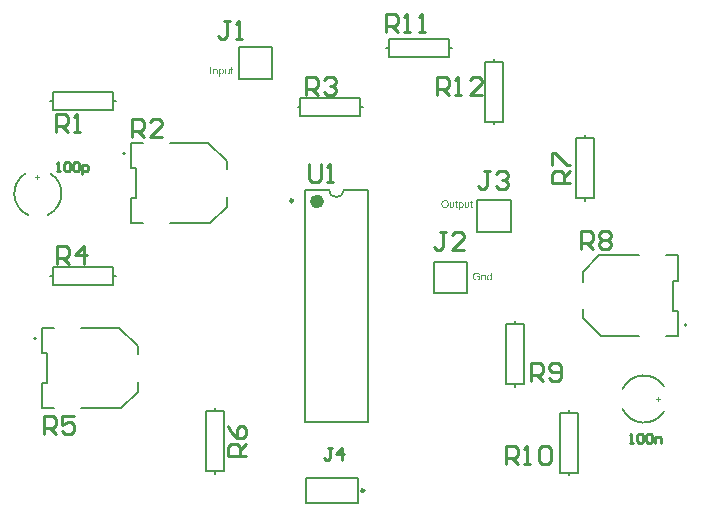
<source format=gto>
G04*
G04 #@! TF.GenerationSoftware,Altium Limited,Altium Designer,20.2.5 (213)*
G04*
G04 Layer_Color=65535*
%FSLAX44Y44*%
%MOMM*%
G71*
G04*
G04 #@! TF.SameCoordinates,3CA80DEF-A651-457A-9D84-72F8DF8CF74D*
G04*
G04*
G04 #@! TF.FilePolarity,Positive*
G04*
G01*
G75*
%ADD10C,0.2000*%
%ADD11C,0.2500*%
%ADD12C,0.6000*%
%ADD13C,0.1270*%
%ADD14C,0.2540*%
G36*
X408560Y236590D02*
X408635D01*
X408814Y236571D01*
X409011Y236543D01*
X409218Y236496D01*
X409444Y236439D01*
X409660Y236364D01*
X409669D01*
X409688Y236355D01*
X409716Y236345D01*
X409754Y236326D01*
X409857Y236270D01*
X409989Y236204D01*
X410130Y236110D01*
X410280Y235998D01*
X410421Y235875D01*
X410553Y235725D01*
X410571Y235706D01*
X410609Y235650D01*
X410665Y235565D01*
X410741Y235443D01*
X410816Y235293D01*
X410900Y235105D01*
X410985Y234898D01*
X411051Y234663D01*
X410271Y234456D01*
Y234466D01*
X410261Y234475D01*
X410252Y234503D01*
X410243Y234541D01*
X410214Y234625D01*
X410177Y234738D01*
X410120Y234870D01*
X410055Y234992D01*
X409989Y235124D01*
X409904Y235236D01*
X409895Y235246D01*
X409867Y235283D01*
X409810Y235330D01*
X409744Y235396D01*
X409660Y235471D01*
X409547Y235546D01*
X409425Y235622D01*
X409284Y235687D01*
X409265Y235697D01*
X409218Y235716D01*
X409133Y235744D01*
X409021Y235781D01*
X408889Y235809D01*
X408739Y235838D01*
X408570Y235856D01*
X408391Y235866D01*
X408288D01*
X408241Y235856D01*
X408184D01*
X408043Y235847D01*
X407884Y235819D01*
X407705Y235791D01*
X407536Y235744D01*
X407367Y235678D01*
X407348Y235669D01*
X407291Y235650D01*
X407216Y235603D01*
X407122Y235556D01*
X407010Y235481D01*
X406887Y235405D01*
X406775Y235311D01*
X406671Y235208D01*
X406662Y235199D01*
X406624Y235161D01*
X406577Y235095D01*
X406521Y235020D01*
X406455Y234926D01*
X406389Y234813D01*
X406324Y234691D01*
X406258Y234560D01*
Y234550D01*
X406248Y234531D01*
X406239Y234503D01*
X406220Y234456D01*
X406201Y234400D01*
X406183Y234334D01*
X406154Y234259D01*
X406136Y234174D01*
X406089Y233977D01*
X406051Y233751D01*
X406023Y233516D01*
X406013Y233253D01*
Y233244D01*
Y233216D01*
Y233169D01*
X406023Y233112D01*
Y233037D01*
X406032Y232943D01*
X406042Y232849D01*
X406051Y232746D01*
X406089Y232511D01*
X406136Y232267D01*
X406211Y232022D01*
X406305Y231787D01*
Y231778D01*
X406324Y231759D01*
X406333Y231731D01*
X406361Y231693D01*
X406427Y231590D01*
X406530Y231458D01*
X406652Y231317D01*
X406803Y231176D01*
X406981Y231045D01*
X407179Y230923D01*
X407188D01*
X407207Y230913D01*
X407235Y230894D01*
X407282Y230876D01*
X407329Y230857D01*
X407395Y230838D01*
X407545Y230782D01*
X407733Y230735D01*
X407940Y230688D01*
X408166Y230650D01*
X408400Y230641D01*
X408494D01*
X408551Y230650D01*
X408607D01*
X408748Y230669D01*
X408917Y230688D01*
X409096Y230725D01*
X409293Y230782D01*
X409491Y230847D01*
X409500D01*
X409519Y230857D01*
X409538Y230866D01*
X409575Y230885D01*
X409679Y230932D01*
X409791Y230988D01*
X409923Y231054D01*
X410064Y231129D01*
X410196Y231214D01*
X410308Y231308D01*
Y232530D01*
X408391D01*
Y233300D01*
X411154D01*
Y230885D01*
X411145Y230876D01*
X411126Y230866D01*
X411088Y230838D01*
X411041Y230800D01*
X410985Y230763D01*
X410919Y230716D01*
X410835Y230659D01*
X410750Y230603D01*
X410553Y230481D01*
X410327Y230349D01*
X410092Y230227D01*
X409838Y230124D01*
X409829D01*
X409810Y230114D01*
X409773Y230105D01*
X409726Y230086D01*
X409660Y230067D01*
X409585Y230039D01*
X409500Y230020D01*
X409416Y230002D01*
X409209Y229955D01*
X408974Y229908D01*
X408720Y229879D01*
X408457Y229870D01*
X408363D01*
X408297Y229879D01*
X408213D01*
X408109Y229889D01*
X407996Y229908D01*
X407874Y229917D01*
X407602Y229973D01*
X407310Y230039D01*
X407010Y230142D01*
X406859Y230199D01*
X406709Y230274D01*
X406699Y230284D01*
X406671Y230293D01*
X406634Y230321D01*
X406577Y230349D01*
X406511Y230396D01*
X406446Y230443D01*
X406267Y230575D01*
X406079Y230744D01*
X405882Y230951D01*
X405694Y231186D01*
X405525Y231458D01*
Y231468D01*
X405506Y231496D01*
X405487Y231533D01*
X405459Y231599D01*
X405431Y231665D01*
X405402Y231759D01*
X405365Y231853D01*
X405327Y231966D01*
X405290Y232088D01*
X405252Y232229D01*
X405224Y232370D01*
X405196Y232520D01*
X405149Y232849D01*
X405130Y233197D01*
Y233206D01*
Y233244D01*
Y233291D01*
X405139Y233357D01*
Y233441D01*
X405149Y233545D01*
X405168Y233648D01*
X405177Y233770D01*
X405205Y233902D01*
X405224Y234043D01*
X405299Y234343D01*
X405393Y234654D01*
X405525Y234964D01*
X405534Y234973D01*
X405544Y235001D01*
X405562Y235039D01*
X405600Y235095D01*
X405638Y235170D01*
X405685Y235246D01*
X405816Y235424D01*
X405976Y235631D01*
X406173Y235828D01*
X406399Y236026D01*
X406530Y236110D01*
X406662Y236195D01*
X406671Y236204D01*
X406699Y236214D01*
X406737Y236232D01*
X406793Y236261D01*
X406869Y236289D01*
X406953Y236326D01*
X407047Y236364D01*
X407160Y236402D01*
X407282Y236439D01*
X407414Y236467D01*
X407555Y236505D01*
X407705Y236533D01*
X408034Y236580D01*
X408203Y236599D01*
X408504D01*
X408560Y236590D01*
D02*
G37*
G36*
X421163Y229983D02*
X420420D01*
Y230575D01*
X420411Y230565D01*
X420402Y230547D01*
X420374Y230509D01*
X420336Y230462D01*
X420289Y230415D01*
X420233Y230359D01*
X420167Y230293D01*
X420082Y230227D01*
X419998Y230161D01*
X419904Y230096D01*
X419791Y230039D01*
X419669Y229992D01*
X419547Y229945D01*
X419406Y229908D01*
X419255Y229889D01*
X419095Y229879D01*
X419039D01*
X419001Y229889D01*
X418889Y229898D01*
X418757Y229917D01*
X418597Y229955D01*
X418419Y230011D01*
X418240Y230086D01*
X418062Y230189D01*
X418052D01*
X418043Y230208D01*
X417986Y230246D01*
X417902Y230321D01*
X417799Y230415D01*
X417676Y230537D01*
X417554Y230688D01*
X417432Y230857D01*
X417329Y231054D01*
Y231063D01*
X417319Y231082D01*
X417310Y231110D01*
X417291Y231148D01*
X417272Y231204D01*
X417244Y231270D01*
X417225Y231336D01*
X417206Y231421D01*
X417159Y231609D01*
X417112Y231825D01*
X417084Y232069D01*
X417075Y232332D01*
Y232342D01*
Y232360D01*
Y232398D01*
Y232454D01*
X417084Y232511D01*
Y232586D01*
X417103Y232755D01*
X417131Y232952D01*
X417178Y233169D01*
X417235Y233394D01*
X417310Y233610D01*
Y233620D01*
X417319Y233639D01*
X417338Y233667D01*
X417357Y233704D01*
X417413Y233808D01*
X417488Y233939D01*
X417582Y234080D01*
X417705Y234221D01*
X417845Y234372D01*
X418015Y234494D01*
X418024D01*
X418033Y234503D01*
X418062Y234522D01*
X418099Y234541D01*
X418193Y234588D01*
X418325Y234654D01*
X418475Y234710D01*
X418654Y234757D01*
X418851Y234795D01*
X419058Y234804D01*
X419133D01*
X419208Y234795D01*
X419312Y234785D01*
X419434Y234757D01*
X419565Y234729D01*
X419697Y234682D01*
X419819Y234616D01*
X419838Y234607D01*
X419875Y234588D01*
X419932Y234541D01*
X420007Y234494D01*
X420101Y234428D01*
X420186Y234343D01*
X420280Y234259D01*
X420364Y234156D01*
Y236486D01*
X421163D01*
Y229983D01*
D02*
G37*
G36*
X414678Y234795D02*
X414782Y234785D01*
X414904Y234766D01*
X415036Y234738D01*
X415177Y234701D01*
X415308Y234644D01*
X415327Y234635D01*
X415364Y234616D01*
X415430Y234588D01*
X415505Y234541D01*
X415599Y234484D01*
X415684Y234409D01*
X415769Y234334D01*
X415844Y234240D01*
X415853Y234231D01*
X415872Y234193D01*
X415900Y234146D01*
X415947Y234080D01*
X415985Y233986D01*
X416022Y233892D01*
X416069Y233780D01*
X416097Y233657D01*
Y233648D01*
X416107Y233610D01*
X416116Y233554D01*
X416126Y233479D01*
Y233366D01*
X416135Y233235D01*
X416144Y233075D01*
Y232877D01*
Y229983D01*
X415346D01*
Y232840D01*
Y232849D01*
Y232859D01*
Y232924D01*
Y233009D01*
X415336Y233112D01*
X415327Y233235D01*
X415308Y233357D01*
X415280Y233469D01*
X415252Y233573D01*
Y233582D01*
X415233Y233610D01*
X415205Y233657D01*
X415177Y233714D01*
X415130Y233770D01*
X415073Y233836D01*
X414998Y233902D01*
X414913Y233958D01*
X414904Y233967D01*
X414876Y233986D01*
X414819Y234005D01*
X414754Y234033D01*
X414678Y234062D01*
X414584Y234090D01*
X414472Y234099D01*
X414359Y234109D01*
X414312D01*
X414274Y234099D01*
X414180Y234090D01*
X414058Y234071D01*
X413927Y234024D01*
X413776Y233967D01*
X413626Y233892D01*
X413485Y233780D01*
X413466Y233761D01*
X413428Y233714D01*
X413400Y233676D01*
X413372Y233629D01*
X413335Y233573D01*
X413306Y233507D01*
X413269Y233432D01*
X413231Y233338D01*
X413203Y233235D01*
X413175Y233122D01*
X413156Y232999D01*
X413137Y232868D01*
X413118Y232708D01*
Y232548D01*
Y229983D01*
X412319D01*
Y234701D01*
X413034D01*
Y234024D01*
X413043Y234033D01*
X413062Y234062D01*
X413090Y234099D01*
X413128Y234146D01*
X413184Y234202D01*
X413250Y234268D01*
X413325Y234343D01*
X413419Y234419D01*
X413513Y234484D01*
X413626Y234560D01*
X413748Y234625D01*
X413880Y234682D01*
X414030Y234729D01*
X414180Y234766D01*
X414349Y234795D01*
X414528Y234804D01*
X414603D01*
X414678Y234795D01*
D02*
G37*
G36*
X395508Y296176D02*
X395574Y296167D01*
X395715Y296148D01*
X395884Y296110D01*
X396063Y296054D01*
X396241Y295969D01*
X396420Y295866D01*
X396429D01*
X396438Y295847D01*
X396495Y295810D01*
X396579Y295735D01*
X396683Y295641D01*
X396796Y295518D01*
X396908Y295368D01*
X397021Y295189D01*
X397115Y294992D01*
Y294983D01*
X397124Y294964D01*
X397134Y294936D01*
X397153Y294898D01*
X397171Y294842D01*
X397190Y294776D01*
X397237Y294625D01*
X397284Y294438D01*
X397322Y294231D01*
X397350Y293996D01*
X397359Y293752D01*
Y293742D01*
Y293723D01*
Y293686D01*
Y293629D01*
X397350Y293563D01*
Y293488D01*
X397331Y293319D01*
X397294Y293112D01*
X397247Y292896D01*
X397181Y292671D01*
X397096Y292445D01*
Y292436D01*
X397087Y292417D01*
X397068Y292389D01*
X397049Y292351D01*
X396983Y292248D01*
X396899Y292116D01*
X396796Y291975D01*
X396664Y291834D01*
X396514Y291693D01*
X396335Y291562D01*
X396326D01*
X396316Y291552D01*
X396288Y291534D01*
X396250Y291515D01*
X396156Y291468D01*
X396025Y291411D01*
X395865Y291355D01*
X395696Y291308D01*
X395499Y291270D01*
X395301Y291261D01*
X395235D01*
X395160Y291270D01*
X395066Y291280D01*
X394953Y291299D01*
X394831Y291327D01*
X394709Y291364D01*
X394587Y291421D01*
X394578Y291430D01*
X394531Y291449D01*
X394474Y291487D01*
X394399Y291543D01*
X394324Y291599D01*
X394230Y291675D01*
X394145Y291759D01*
X394070Y291853D01*
Y289560D01*
X393271D01*
Y296082D01*
X393995D01*
Y295462D01*
X394004Y295481D01*
X394042Y295518D01*
X394089Y295584D01*
X394164Y295659D01*
X394249Y295753D01*
X394343Y295838D01*
X394455Y295922D01*
X394568Y295998D01*
X394587Y296007D01*
X394625Y296026D01*
X394700Y296054D01*
X394794Y296092D01*
X394907Y296129D01*
X395038Y296157D01*
X395188Y296176D01*
X395358Y296186D01*
X395461D01*
X395508Y296176D01*
D02*
G37*
G36*
X402134Y291364D02*
X401419D01*
Y292050D01*
X401410Y292041D01*
X401391Y292013D01*
X401363Y291975D01*
X401316Y291928D01*
X401259Y291872D01*
X401194Y291797D01*
X401119Y291731D01*
X401025Y291656D01*
X400921Y291581D01*
X400808Y291515D01*
X400686Y291449D01*
X400555Y291383D01*
X400404Y291336D01*
X400254Y291299D01*
X400085Y291270D01*
X399916Y291261D01*
X399850D01*
X399765Y291270D01*
X399662Y291280D01*
X399540Y291299D01*
X399408Y291327D01*
X399277Y291364D01*
X399136Y291421D01*
X399117Y291430D01*
X399079Y291449D01*
X399013Y291487D01*
X398938Y291534D01*
X398844Y291590D01*
X398760Y291656D01*
X398675Y291731D01*
X398600Y291815D01*
X398591Y291825D01*
X398572Y291863D01*
X398544Y291910D01*
X398506Y291985D01*
X398459Y292069D01*
X398421Y292173D01*
X398384Y292285D01*
X398356Y292408D01*
Y292417D01*
X398346Y292455D01*
X398337Y292511D01*
Y292586D01*
X398327Y292699D01*
X398318Y292821D01*
X398309Y292981D01*
Y293159D01*
Y296082D01*
X399107D01*
Y293460D01*
Y293451D01*
Y293432D01*
Y293404D01*
Y293357D01*
Y293253D01*
X399117Y293122D01*
Y292981D01*
X399126Y292840D01*
X399136Y292718D01*
X399154Y292614D01*
Y292605D01*
X399173Y292567D01*
X399192Y292511D01*
X399220Y292436D01*
X399267Y292361D01*
X399324Y292276D01*
X399389Y292201D01*
X399474Y292126D01*
X399483Y292116D01*
X399521Y292097D01*
X399568Y292069D01*
X399643Y292041D01*
X399728Y292003D01*
X399831Y291975D01*
X399944Y291957D01*
X400075Y291947D01*
X400141D01*
X400207Y291957D01*
X400292Y291966D01*
X400395Y291994D01*
X400508Y292022D01*
X400630Y292069D01*
X400752Y292126D01*
X400771Y292135D01*
X400808Y292163D01*
X400865Y292201D01*
X400931Y292257D01*
X401006Y292332D01*
X401081Y292417D01*
X401147Y292511D01*
X401203Y292624D01*
X401213Y292642D01*
X401222Y292680D01*
X401241Y292755D01*
X401269Y292859D01*
X401297Y292990D01*
X401316Y293150D01*
X401325Y293338D01*
X401335Y293554D01*
Y296082D01*
X402134D01*
Y291364D01*
D02*
G37*
G36*
X389493D02*
X388779D01*
Y292050D01*
X388770Y292041D01*
X388751Y292013D01*
X388723Y291975D01*
X388676Y291928D01*
X388619Y291872D01*
X388554Y291797D01*
X388478Y291731D01*
X388384Y291656D01*
X388281Y291581D01*
X388168Y291515D01*
X388046Y291449D01*
X387914Y291383D01*
X387764Y291336D01*
X387614Y291299D01*
X387444Y291270D01*
X387275Y291261D01*
X387210D01*
X387125Y291270D01*
X387022Y291280D01*
X386899Y291299D01*
X386768Y291327D01*
X386636Y291364D01*
X386495Y291421D01*
X386477Y291430D01*
X386439Y291449D01*
X386373Y291487D01*
X386298Y291534D01*
X386204Y291590D01*
X386119Y291656D01*
X386035Y291731D01*
X385960Y291815D01*
X385950Y291825D01*
X385931Y291863D01*
X385903Y291910D01*
X385866Y291985D01*
X385819Y292069D01*
X385781Y292173D01*
X385743Y292285D01*
X385715Y292408D01*
Y292417D01*
X385706Y292455D01*
X385696Y292511D01*
Y292586D01*
X385687Y292699D01*
X385678Y292821D01*
X385668Y292981D01*
Y293159D01*
Y296082D01*
X386467D01*
Y293460D01*
Y293451D01*
Y293432D01*
Y293404D01*
Y293357D01*
Y293253D01*
X386477Y293122D01*
Y292981D01*
X386486Y292840D01*
X386495Y292718D01*
X386514Y292614D01*
Y292605D01*
X386533Y292567D01*
X386552Y292511D01*
X386580Y292436D01*
X386627Y292361D01*
X386683Y292276D01*
X386749Y292201D01*
X386834Y292126D01*
X386843Y292116D01*
X386881Y292097D01*
X386928Y292069D01*
X387003Y292041D01*
X387087Y292003D01*
X387191Y291975D01*
X387304Y291957D01*
X387435Y291947D01*
X387501D01*
X387567Y291957D01*
X387651Y291966D01*
X387755Y291994D01*
X387867Y292022D01*
X387990Y292069D01*
X388112Y292126D01*
X388130Y292135D01*
X388168Y292163D01*
X388224Y292201D01*
X388290Y292257D01*
X388366Y292332D01*
X388441Y292417D01*
X388507Y292511D01*
X388563Y292624D01*
X388572Y292642D01*
X388582Y292680D01*
X388600Y292755D01*
X388629Y292859D01*
X388657Y292990D01*
X388676Y293150D01*
X388685Y293338D01*
X388694Y293554D01*
Y296082D01*
X389493D01*
Y291364D01*
D02*
G37*
G36*
X404314Y296082D02*
X405122D01*
Y295462D01*
X404314D01*
Y292689D01*
Y292671D01*
Y292633D01*
Y292577D01*
X404323Y292511D01*
X404333Y292361D01*
X404342Y292295D01*
X404352Y292248D01*
X404361Y292229D01*
X404389Y292191D01*
X404427Y292145D01*
X404492Y292097D01*
X404511Y292088D01*
X404558Y292069D01*
X404643Y292050D01*
X404765Y292041D01*
X404859D01*
X404906Y292050D01*
X404972D01*
X405047Y292060D01*
X405122Y292069D01*
X405225Y291364D01*
X405207D01*
X405169Y291355D01*
X405103Y291346D01*
X405019Y291336D01*
X404925Y291317D01*
X404821Y291308D01*
X404615Y291299D01*
X404539D01*
X404464Y291308D01*
X404370Y291317D01*
X404258Y291327D01*
X404145Y291355D01*
X404041Y291383D01*
X403938Y291430D01*
X403929Y291440D01*
X403900Y291458D01*
X403863Y291487D01*
X403806Y291534D01*
X403759Y291581D01*
X403703Y291646D01*
X403647Y291712D01*
X403609Y291797D01*
Y291806D01*
X403590Y291844D01*
X403581Y291910D01*
X403562Y292003D01*
X403543Y292126D01*
X403534Y292201D01*
Y292285D01*
X403525Y292389D01*
X403515Y292492D01*
Y292605D01*
Y292736D01*
Y295462D01*
X402923D01*
Y296082D01*
X403515D01*
Y297248D01*
X404314Y297727D01*
Y296082D01*
D02*
G37*
G36*
X391674D02*
X392482D01*
Y295462D01*
X391674D01*
Y292689D01*
Y292671D01*
Y292633D01*
Y292577D01*
X391683Y292511D01*
X391692Y292361D01*
X391702Y292295D01*
X391711Y292248D01*
X391721Y292229D01*
X391749Y292191D01*
X391786Y292145D01*
X391852Y292097D01*
X391871Y292088D01*
X391918Y292069D01*
X392002Y292050D01*
X392125Y292041D01*
X392219D01*
X392266Y292050D01*
X392331D01*
X392407Y292060D01*
X392482Y292069D01*
X392585Y291364D01*
X392566D01*
X392529Y291355D01*
X392463Y291346D01*
X392378Y291336D01*
X392285Y291317D01*
X392181Y291308D01*
X391974Y291299D01*
X391899D01*
X391824Y291308D01*
X391730Y291317D01*
X391617Y291327D01*
X391504Y291355D01*
X391401Y291383D01*
X391298Y291430D01*
X391288Y291440D01*
X391260Y291458D01*
X391222Y291487D01*
X391166Y291534D01*
X391119Y291581D01*
X391063Y291646D01*
X391006Y291712D01*
X390969Y291797D01*
Y291806D01*
X390950Y291844D01*
X390941Y291910D01*
X390922Y292003D01*
X390903Y292126D01*
X390894Y292201D01*
Y292285D01*
X390884Y292389D01*
X390875Y292492D01*
Y292605D01*
Y292736D01*
Y295462D01*
X390283D01*
Y296082D01*
X390875D01*
Y297248D01*
X391674Y297727D01*
Y296082D01*
D02*
G37*
G36*
X381721Y297971D02*
X381806D01*
X381890Y297962D01*
X382003Y297943D01*
X382116Y297924D01*
X382360Y297877D01*
X382642Y297802D01*
X382915Y297689D01*
X383056Y297624D01*
X383197Y297548D01*
X383206Y297539D01*
X383225Y297530D01*
X383262Y297501D01*
X383319Y297473D01*
X383375Y297426D01*
X383450Y297370D01*
X383610Y297238D01*
X383779Y297069D01*
X383967Y296862D01*
X384146Y296618D01*
X384296Y296345D01*
Y296336D01*
X384315Y296308D01*
X384334Y296270D01*
X384352Y296214D01*
X384390Y296139D01*
X384418Y296054D01*
X384456Y295951D01*
X384493Y295838D01*
X384522Y295716D01*
X384559Y295584D01*
X384597Y295434D01*
X384625Y295283D01*
X384663Y294954D01*
X384682Y294597D01*
Y294588D01*
Y294550D01*
Y294503D01*
X384672Y294428D01*
Y294344D01*
X384663Y294240D01*
X384644Y294127D01*
X384635Y294005D01*
X384588Y293733D01*
X384512Y293432D01*
X384409Y293131D01*
X384352Y292981D01*
X384277Y292831D01*
Y292821D01*
X384259Y292793D01*
X384240Y292755D01*
X384202Y292699D01*
X384165Y292633D01*
X384118Y292567D01*
X383986Y292389D01*
X383826Y292201D01*
X383638Y292003D01*
X383413Y291815D01*
X383150Y291646D01*
X383140D01*
X383121Y291628D01*
X383074Y291609D01*
X383018Y291581D01*
X382952Y291552D01*
X382877Y291524D01*
X382783Y291487D01*
X382680Y291449D01*
X382567Y291411D01*
X382445Y291374D01*
X382172Y291317D01*
X381881Y291270D01*
X381571Y291252D01*
X381477D01*
X381420Y291261D01*
X381336D01*
X381242Y291280D01*
X381138Y291289D01*
X381016Y291308D01*
X380762Y291364D01*
X380490Y291440D01*
X380208Y291552D01*
X380067Y291618D01*
X379926Y291693D01*
X379917Y291703D01*
X379898Y291712D01*
X379860Y291740D01*
X379804Y291778D01*
X379748Y291815D01*
X379682Y291872D01*
X379522Y292013D01*
X379343Y292182D01*
X379156Y292389D01*
X378986Y292624D01*
X378826Y292896D01*
Y292906D01*
X378808Y292934D01*
X378789Y292971D01*
X378770Y293028D01*
X378742Y293103D01*
X378714Y293188D01*
X378676Y293282D01*
X378648Y293385D01*
X378610Y293507D01*
X378573Y293629D01*
X378516Y293911D01*
X378479Y294203D01*
X378460Y294522D01*
Y294531D01*
Y294541D01*
Y294597D01*
X378469Y294682D01*
Y294795D01*
X378488Y294926D01*
X378507Y295086D01*
X378535Y295265D01*
X378573Y295452D01*
X378610Y295650D01*
X378667Y295857D01*
X378742Y296063D01*
X378826Y296280D01*
X378921Y296486D01*
X379043Y296693D01*
X379174Y296881D01*
X379325Y297060D01*
X379334Y297069D01*
X379362Y297097D01*
X379419Y297144D01*
X379484Y297201D01*
X379569Y297276D01*
X379672Y297351D01*
X379795Y297435D01*
X379935Y297520D01*
X380086Y297605D01*
X380255Y297689D01*
X380443Y297764D01*
X380640Y297840D01*
X380857Y297896D01*
X381082Y297943D01*
X381317Y297971D01*
X381571Y297981D01*
X381655D01*
X381721Y297971D01*
D02*
G37*
G36*
X192457Y409206D02*
X192522Y409197D01*
X192663Y409178D01*
X192833Y409140D01*
X193011Y409084D01*
X193190Y408999D01*
X193368Y408896D01*
X193378D01*
X193387Y408877D01*
X193443Y408840D01*
X193528Y408764D01*
X193631Y408671D01*
X193744Y408548D01*
X193857Y408398D01*
X193970Y408219D01*
X194064Y408022D01*
Y408013D01*
X194073Y407994D01*
X194082Y407966D01*
X194101Y407928D01*
X194120Y407872D01*
X194139Y407806D01*
X194186Y407655D01*
X194233Y407468D01*
X194270Y407261D01*
X194299Y407026D01*
X194308Y406782D01*
Y406772D01*
Y406753D01*
Y406716D01*
Y406659D01*
X194299Y406594D01*
Y406518D01*
X194280Y406349D01*
X194242Y406142D01*
X194195Y405926D01*
X194129Y405701D01*
X194045Y405475D01*
Y405466D01*
X194035Y405447D01*
X194017Y405419D01*
X193998Y405381D01*
X193932Y405278D01*
X193848Y405146D01*
X193744Y405005D01*
X193612Y404864D01*
X193462Y404723D01*
X193284Y404592D01*
X193274D01*
X193265Y404582D01*
X193237Y404564D01*
X193199Y404545D01*
X193105Y404498D01*
X192973Y404441D01*
X192814Y404385D01*
X192645Y404338D01*
X192447Y404300D01*
X192250Y404291D01*
X192184D01*
X192109Y404300D01*
X192015Y404310D01*
X191902Y404329D01*
X191780Y404357D01*
X191658Y404394D01*
X191536Y404451D01*
X191526Y404460D01*
X191479Y404479D01*
X191423Y404517D01*
X191348Y404573D01*
X191272Y404629D01*
X191178Y404705D01*
X191094Y404789D01*
X191019Y404883D01*
Y402590D01*
X190220D01*
Y409112D01*
X190944D01*
Y408492D01*
X190953Y408511D01*
X190991Y408548D01*
X191038Y408614D01*
X191113Y408689D01*
X191197Y408783D01*
X191291Y408868D01*
X191404Y408952D01*
X191517Y409028D01*
X191536Y409037D01*
X191573Y409056D01*
X191648Y409084D01*
X191742Y409122D01*
X191855Y409159D01*
X191987Y409187D01*
X192137Y409206D01*
X192306Y409216D01*
X192410D01*
X192457Y409206D01*
D02*
G37*
G36*
X187523D02*
X187626Y409197D01*
X187748Y409178D01*
X187880Y409150D01*
X188021Y409112D01*
X188152Y409056D01*
X188171Y409046D01*
X188209Y409028D01*
X188274Y408999D01*
X188350Y408952D01*
X188444Y408896D01*
X188528Y408821D01*
X188613Y408746D01*
X188688Y408652D01*
X188697Y408642D01*
X188716Y408605D01*
X188744Y408558D01*
X188791Y408492D01*
X188829Y408398D01*
X188867Y408304D01*
X188913Y408191D01*
X188942Y408069D01*
Y408060D01*
X188951Y408022D01*
X188960Y407966D01*
X188970Y407891D01*
Y407778D01*
X188979Y407646D01*
X188989Y407486D01*
Y407289D01*
Y404394D01*
X188190D01*
Y407251D01*
Y407261D01*
Y407270D01*
Y407336D01*
Y407421D01*
X188181Y407524D01*
X188171Y407646D01*
X188152Y407768D01*
X188124Y407881D01*
X188096Y407985D01*
Y407994D01*
X188077Y408022D01*
X188049Y408069D01*
X188021Y408125D01*
X187974Y408182D01*
X187917Y408248D01*
X187842Y408313D01*
X187758Y408370D01*
X187748Y408379D01*
X187720Y408398D01*
X187664Y408417D01*
X187598Y408445D01*
X187523Y408473D01*
X187429Y408501D01*
X187316Y408511D01*
X187203Y408520D01*
X187156D01*
X187118Y408511D01*
X187024Y408501D01*
X186902Y408483D01*
X186771Y408436D01*
X186620Y408379D01*
X186470Y408304D01*
X186329Y408191D01*
X186310Y408172D01*
X186273Y408125D01*
X186245Y408088D01*
X186216Y408041D01*
X186179Y407985D01*
X186150Y407919D01*
X186113Y407844D01*
X186075Y407749D01*
X186047Y407646D01*
X186019Y407533D01*
X186000Y407411D01*
X185981Y407280D01*
X185963Y407120D01*
Y406960D01*
Y404394D01*
X185164D01*
Y409112D01*
X185878D01*
Y408436D01*
X185887Y408445D01*
X185906Y408473D01*
X185934Y408511D01*
X185972Y408558D01*
X186028Y408614D01*
X186094Y408680D01*
X186169Y408755D01*
X186263Y408830D01*
X186357Y408896D01*
X186470Y408971D01*
X186592Y409037D01*
X186724Y409093D01*
X186874Y409140D01*
X187024Y409178D01*
X187194Y409206D01*
X187372Y409216D01*
X187447D01*
X187523Y409206D01*
D02*
G37*
G36*
X199082Y404394D02*
X198368D01*
Y405080D01*
X198358Y405071D01*
X198340Y405043D01*
X198312Y405005D01*
X198265Y404958D01*
X198208Y404902D01*
X198142Y404827D01*
X198067Y404761D01*
X197973Y404686D01*
X197870Y404611D01*
X197757Y404545D01*
X197635Y404479D01*
X197503Y404413D01*
X197353Y404366D01*
X197203Y404329D01*
X197033Y404300D01*
X196864Y404291D01*
X196798D01*
X196714Y404300D01*
X196611Y404310D01*
X196488Y404329D01*
X196357Y404357D01*
X196225Y404394D01*
X196084Y404451D01*
X196065Y404460D01*
X196028Y404479D01*
X195962Y404517D01*
X195887Y404564D01*
X195793Y404620D01*
X195708Y404686D01*
X195624Y404761D01*
X195548Y404846D01*
X195539Y404855D01*
X195520Y404893D01*
X195492Y404939D01*
X195455Y405015D01*
X195408Y405099D01*
X195370Y405203D01*
X195332Y405315D01*
X195304Y405438D01*
Y405447D01*
X195295Y405485D01*
X195285Y405541D01*
Y405616D01*
X195276Y405729D01*
X195267Y405851D01*
X195257Y406011D01*
Y406189D01*
Y409112D01*
X196056D01*
Y406490D01*
Y406481D01*
Y406462D01*
Y406434D01*
Y406387D01*
Y406283D01*
X196065Y406152D01*
Y406011D01*
X196075Y405870D01*
X196084Y405748D01*
X196103Y405644D01*
Y405635D01*
X196122Y405597D01*
X196141Y405541D01*
X196169Y405466D01*
X196216Y405391D01*
X196272Y405306D01*
X196338Y405231D01*
X196423Y405156D01*
X196432Y405146D01*
X196469Y405127D01*
X196516Y405099D01*
X196592Y405071D01*
X196676Y405033D01*
X196780Y405005D01*
X196892Y404986D01*
X197024Y404977D01*
X197090D01*
X197156Y404986D01*
X197240Y404996D01*
X197344Y405024D01*
X197456Y405052D01*
X197579Y405099D01*
X197701Y405156D01*
X197719Y405165D01*
X197757Y405193D01*
X197813Y405231D01*
X197879Y405287D01*
X197954Y405362D01*
X198030Y405447D01*
X198095Y405541D01*
X198152Y405654D01*
X198161Y405672D01*
X198171Y405710D01*
X198189Y405785D01*
X198218Y405889D01*
X198246Y406020D01*
X198265Y406180D01*
X198274Y406368D01*
X198283Y406584D01*
Y409112D01*
X199082D01*
Y404394D01*
D02*
G37*
G36*
X183745D02*
X182880D01*
Y410898D01*
X183745D01*
Y404394D01*
D02*
G37*
G36*
X201262Y409112D02*
X202071D01*
Y408492D01*
X201262D01*
Y405719D01*
Y405701D01*
Y405663D01*
Y405607D01*
X201272Y405541D01*
X201281Y405391D01*
X201291Y405325D01*
X201300Y405278D01*
X201310Y405259D01*
X201338Y405221D01*
X201375Y405174D01*
X201441Y405127D01*
X201460Y405118D01*
X201507Y405099D01*
X201591Y405080D01*
X201714Y405071D01*
X201808D01*
X201855Y405080D01*
X201920D01*
X201996Y405090D01*
X202071Y405099D01*
X202174Y404394D01*
X202155D01*
X202118Y404385D01*
X202052Y404376D01*
X201967Y404366D01*
X201873Y404347D01*
X201770Y404338D01*
X201563Y404329D01*
X201488D01*
X201413Y404338D01*
X201319Y404347D01*
X201206Y404357D01*
X201093Y404385D01*
X200990Y404413D01*
X200887Y404460D01*
X200877Y404470D01*
X200849Y404488D01*
X200811Y404517D01*
X200755Y404564D01*
X200708Y404611D01*
X200652Y404676D01*
X200595Y404742D01*
X200558Y404827D01*
Y404836D01*
X200539Y404874D01*
X200529Y404939D01*
X200511Y405033D01*
X200492Y405156D01*
X200483Y405231D01*
Y405315D01*
X200473Y405419D01*
X200464Y405522D01*
Y405635D01*
Y405766D01*
Y408492D01*
X199872D01*
Y409112D01*
X200464D01*
Y410278D01*
X201262Y410757D01*
Y409112D01*
D02*
G37*
G36*
X562589Y129528D02*
X564356D01*
Y128786D01*
X562589D01*
Y127000D01*
X561837D01*
Y128786D01*
X560070D01*
Y129528D01*
X561837D01*
Y131295D01*
X562589D01*
Y129528D01*
D02*
G37*
G36*
X36809Y317488D02*
X38575D01*
Y316746D01*
X36809D01*
Y314960D01*
X36057D01*
Y316746D01*
X34290D01*
Y317488D01*
X36057D01*
Y319255D01*
X36809D01*
Y317488D01*
D02*
G37*
%LPC*%
G36*
X419142Y234146D02*
X419095D01*
X419058Y234137D01*
X418955Y234127D01*
X418832Y234090D01*
X418691Y234043D01*
X418541Y233958D01*
X418391Y233855D01*
X418315Y233780D01*
X418250Y233704D01*
Y233695D01*
X418231Y233686D01*
X418221Y233657D01*
X418193Y233620D01*
X418165Y233573D01*
X418137Y233516D01*
X418109Y233451D01*
X418071Y233375D01*
X418033Y233281D01*
X418005Y233178D01*
X417977Y233065D01*
X417949Y232943D01*
X417930Y232812D01*
X417911Y232661D01*
X417892Y232501D01*
Y232332D01*
Y232323D01*
Y232295D01*
Y232248D01*
X417902Y232182D01*
Y232107D01*
X417911Y232022D01*
X417939Y231825D01*
X417986Y231609D01*
X418052Y231383D01*
X418146Y231167D01*
X418203Y231073D01*
X418268Y230979D01*
X418278D01*
X418287Y230960D01*
X418334Y230913D01*
X418419Y230838D01*
X418522Y230763D01*
X418654Y230678D01*
X418814Y230603D01*
X418983Y230556D01*
X419077Y230547D01*
X419171Y230537D01*
X419218D01*
X419255Y230547D01*
X419359Y230556D01*
X419481Y230594D01*
X419622Y230641D01*
X419772Y230716D01*
X419922Y230819D01*
X419998Y230885D01*
X420063Y230960D01*
Y230970D01*
X420082Y230979D01*
X420101Y231007D01*
X420120Y231045D01*
X420148Y231092D01*
X420186Y231139D01*
X420214Y231214D01*
X420251Y231289D01*
X420289Y231374D01*
X420317Y231468D01*
X420355Y231580D01*
X420383Y231693D01*
X420402Y231825D01*
X420420Y231956D01*
X420439Y232107D01*
Y232267D01*
Y232276D01*
Y232313D01*
Y232360D01*
X420430Y232426D01*
Y232501D01*
X420420Y232595D01*
X420411Y232699D01*
X420392Y232812D01*
X420345Y233037D01*
X420280Y233272D01*
X420186Y233498D01*
X420129Y233592D01*
X420063Y233686D01*
Y233695D01*
X420045Y233704D01*
X419998Y233761D01*
X419913Y233836D01*
X419810Y233920D01*
X419678Y234005D01*
X419518Y234071D01*
X419340Y234127D01*
X419246Y234137D01*
X419142Y234146D01*
D02*
G37*
G36*
X395282Y295556D02*
X395235D01*
X395198Y295546D01*
X395104Y295528D01*
X394982Y295499D01*
X394841Y295443D01*
X394690Y295359D01*
X394606Y295302D01*
X394531Y295236D01*
X394455Y295161D01*
X394380Y295077D01*
Y295067D01*
X394361Y295058D01*
X394343Y295030D01*
X394324Y294992D01*
X394296Y294936D01*
X394258Y294879D01*
X394220Y294804D01*
X394192Y294729D01*
X394155Y294635D01*
X394117Y294531D01*
X394089Y294419D01*
X394051Y294297D01*
X394033Y294156D01*
X394014Y294015D01*
X393995Y293864D01*
Y293695D01*
Y293686D01*
Y293657D01*
Y293610D01*
X394004Y293545D01*
Y293470D01*
X394014Y293385D01*
X394042Y293188D01*
X394089Y292962D01*
X394145Y292746D01*
X394239Y292530D01*
X394296Y292436D01*
X394361Y292351D01*
X394380Y292332D01*
X394427Y292285D01*
X394502Y292210D01*
X394606Y292135D01*
X394737Y292060D01*
X394888Y291985D01*
X395057Y291938D01*
X395151Y291928D01*
X395245Y291919D01*
X395301D01*
X395339Y291928D01*
X395433Y291947D01*
X395564Y291975D01*
X395705Y292032D01*
X395856Y292107D01*
X396006Y292220D01*
X396081Y292285D01*
X396156Y292361D01*
Y292370D01*
X396175Y292379D01*
X396194Y292408D01*
X396213Y292445D01*
X396250Y292492D01*
X396279Y292558D01*
X396316Y292624D01*
X396354Y292708D01*
X396382Y292793D01*
X396420Y292906D01*
X396457Y293018D01*
X396485Y293141D01*
X396504Y293282D01*
X396523Y293432D01*
X396542Y293592D01*
Y293761D01*
Y293770D01*
Y293799D01*
Y293846D01*
X396532Y293911D01*
Y293986D01*
X396523Y294071D01*
X396495Y294268D01*
X396448Y294485D01*
X396382Y294701D01*
X396288Y294917D01*
X396232Y295020D01*
X396166Y295105D01*
Y295114D01*
X396147Y295124D01*
X396100Y295180D01*
X396025Y295246D01*
X395922Y295330D01*
X395790Y295415D01*
X395639Y295490D01*
X395470Y295537D01*
X395376Y295546D01*
X395282Y295556D01*
D02*
G37*
G36*
X381571Y297238D02*
X381486D01*
X381420Y297229D01*
X381336Y297219D01*
X381251Y297201D01*
X381148Y297182D01*
X381035Y297163D01*
X380791Y297088D01*
X380659Y297031D01*
X380528Y296975D01*
X380387Y296900D01*
X380255Y296815D01*
X380123Y296721D01*
X380001Y296609D01*
X379992Y296599D01*
X379973Y296580D01*
X379945Y296543D01*
X379898Y296486D01*
X379851Y296420D01*
X379795Y296336D01*
X379738Y296233D01*
X379672Y296110D01*
X379616Y295979D01*
X379550Y295819D01*
X379494Y295650D01*
X379447Y295462D01*
X379400Y295255D01*
X379372Y295020D01*
X379353Y294776D01*
X379343Y294513D01*
Y294503D01*
Y294466D01*
Y294400D01*
X379353Y294315D01*
X379362Y294221D01*
X379381Y294109D01*
X379400Y293977D01*
X379419Y293846D01*
X379494Y293545D01*
X379550Y293394D01*
X379607Y293235D01*
X379682Y293084D01*
X379766Y292934D01*
X379860Y292793D01*
X379973Y292661D01*
X379982Y292652D01*
X380001Y292633D01*
X380039Y292596D01*
X380086Y292558D01*
X380152Y292502D01*
X380227Y292445D01*
X380311Y292389D01*
X380405Y292323D01*
X380518Y292257D01*
X380640Y292201D01*
X380772Y292145D01*
X380913Y292088D01*
X381063Y292050D01*
X381214Y292013D01*
X381383Y291994D01*
X381561Y291985D01*
X381608D01*
X381655Y291994D01*
X381721D01*
X381806Y292003D01*
X381900Y292022D01*
X382012Y292041D01*
X382125Y292069D01*
X382257Y292107D01*
X382379Y292154D01*
X382520Y292201D01*
X382651Y292267D01*
X382783Y292351D01*
X382915Y292436D01*
X383046Y292539D01*
X383168Y292661D01*
X383178Y292671D01*
X383197Y292689D01*
X383225Y292736D01*
X383272Y292793D01*
X383319Y292859D01*
X383366Y292943D01*
X383422Y293047D01*
X383488Y293159D01*
X383544Y293291D01*
X383601Y293441D01*
X383648Y293601D01*
X383704Y293770D01*
X383742Y293958D01*
X383770Y294165D01*
X383789Y294381D01*
X383798Y294607D01*
Y294616D01*
Y294644D01*
Y294682D01*
Y294738D01*
X383789Y294804D01*
Y294889D01*
X383779Y294973D01*
X383760Y295077D01*
X383732Y295293D01*
X383685Y295518D01*
X383619Y295763D01*
X383526Y295988D01*
Y295998D01*
X383516Y296016D01*
X383497Y296045D01*
X383479Y296082D01*
X383413Y296195D01*
X383328Y296327D01*
X383215Y296477D01*
X383074Y296627D01*
X382915Y296778D01*
X382736Y296909D01*
X382727D01*
X382717Y296928D01*
X382689Y296937D01*
X382642Y296966D01*
X382595Y296984D01*
X382539Y297013D01*
X382398Y297078D01*
X382229Y297135D01*
X382031Y297191D01*
X381806Y297229D01*
X381571Y297238D01*
D02*
G37*
G36*
X192231Y408586D02*
X192184D01*
X192146Y408577D01*
X192052Y408558D01*
X191930Y408530D01*
X191789Y408473D01*
X191639Y408389D01*
X191554Y408332D01*
X191479Y408266D01*
X191404Y408191D01*
X191329Y408107D01*
Y408097D01*
X191310Y408088D01*
X191291Y408060D01*
X191272Y408022D01*
X191244Y407966D01*
X191207Y407909D01*
X191169Y407834D01*
X191141Y407759D01*
X191103Y407665D01*
X191066Y407561D01*
X191038Y407449D01*
X191000Y407327D01*
X190981Y407186D01*
X190962Y407045D01*
X190944Y406894D01*
Y406725D01*
Y406716D01*
Y406688D01*
Y406641D01*
X190953Y406575D01*
Y406500D01*
X190962Y406415D01*
X190991Y406218D01*
X191038Y405992D01*
X191094Y405776D01*
X191188Y405560D01*
X191244Y405466D01*
X191310Y405381D01*
X191329Y405362D01*
X191376Y405315D01*
X191451Y405240D01*
X191554Y405165D01*
X191686Y405090D01*
X191836Y405015D01*
X192006Y404968D01*
X192099Y404958D01*
X192193Y404949D01*
X192250D01*
X192287Y404958D01*
X192381Y404977D01*
X192513Y405005D01*
X192654Y405062D01*
X192804Y405137D01*
X192955Y405250D01*
X193030Y405315D01*
X193105Y405391D01*
Y405400D01*
X193124Y405409D01*
X193143Y405438D01*
X193161Y405475D01*
X193199Y405522D01*
X193227Y405588D01*
X193265Y405654D01*
X193302Y405738D01*
X193331Y405823D01*
X193368Y405936D01*
X193406Y406049D01*
X193434Y406171D01*
X193453Y406312D01*
X193472Y406462D01*
X193490Y406622D01*
Y406791D01*
Y406800D01*
Y406828D01*
Y406875D01*
X193481Y406941D01*
Y407016D01*
X193472Y407101D01*
X193443Y407298D01*
X193396Y407515D01*
X193331Y407731D01*
X193237Y407947D01*
X193180Y408050D01*
X193114Y408135D01*
Y408144D01*
X193096Y408154D01*
X193049Y408210D01*
X192973Y408276D01*
X192870Y408360D01*
X192738Y408445D01*
X192588Y408520D01*
X192419Y408567D01*
X192325Y408577D01*
X192231Y408586D01*
D02*
G37*
%LPD*%
D10*
X110560Y337420D02*
G03*
X110560Y337420I-1000J0D01*
G01*
X35230Y180810D02*
G03*
X35230Y180810I-1000J0D01*
G01*
X586130Y192170D02*
G03*
X586130Y192170I-1000J0D01*
G01*
X283210Y306780D02*
G03*
X295910Y306780I6350J0D01*
G01*
X45147Y285341D02*
G03*
X47580Y320395I-8317J18189D01*
G01*
X26080D02*
G03*
X28513Y285341I10750J-16865D01*
G01*
X531721Y121223D02*
G03*
X566775Y118790I18189J8317D01*
G01*
Y140290D02*
G03*
X531721Y137857I-16865J-10750D01*
G01*
X264000Y41070D02*
X307500D01*
X264000D02*
Y63070D01*
X307500D01*
Y41070D02*
Y63070D01*
X263060Y109780D02*
X316060D01*
X295910Y306780D02*
X316060D01*
X263060D02*
X283210D01*
X316060Y109780D02*
Y306780D01*
X263060Y109780D02*
Y306780D01*
X100330Y382270D02*
Y389890D01*
X49530D02*
X100330D01*
X49530Y374650D02*
Y389890D01*
Y374650D02*
X100330D01*
Y382270D01*
X47244D02*
X49530D01*
X100330D02*
X102616D01*
X309880Y377190D02*
Y384810D01*
X259080D02*
X309880D01*
X259080Y369570D02*
Y384810D01*
Y369570D02*
X309880D01*
Y377190D01*
X256794D02*
X259080D01*
X309880D02*
X312166D01*
X422910Y364490D02*
X430530D01*
Y415290D01*
X415290D02*
X430530D01*
X415290Y364490D02*
Y415290D01*
Y364490D02*
X422910D01*
Y415290D02*
Y417576D01*
Y362204D02*
Y364490D01*
X235180Y400570D02*
Y427470D01*
X206780D02*
X235180D01*
X206780Y400570D02*
Y427470D01*
Y400570D02*
X235180D01*
X100330Y233680D02*
Y241300D01*
X49530D02*
X100330D01*
X49530Y226060D02*
Y241300D01*
Y226060D02*
X100330D01*
Y233680D01*
X47244D02*
X49530D01*
X100330D02*
X102616D01*
X384810Y426720D02*
Y434340D01*
X334010D02*
X384810D01*
X334010Y419100D02*
Y434340D01*
Y419100D02*
X384810D01*
Y426720D01*
X331724D02*
X334010D01*
X384810D02*
X387096D01*
X186690Y68580D02*
X194310D01*
Y119380D01*
X179070D02*
X194310D01*
X179070Y68580D02*
Y119380D01*
Y68580D02*
X186690D01*
Y119380D02*
Y121666D01*
Y66294D02*
Y68580D01*
X437110Y271030D02*
Y297930D01*
X408710D02*
X437110D01*
X408710Y271030D02*
Y297930D01*
Y271030D02*
X437110D01*
X440690Y142240D02*
X448310D01*
Y193040D01*
X433070D02*
X448310D01*
X433070Y142240D02*
Y193040D01*
Y142240D02*
X440690D01*
Y193040D02*
Y195326D01*
Y139954D02*
Y142240D01*
X500380Y299720D02*
X508000D01*
Y350520D01*
X492760D02*
X508000D01*
X492760Y299720D02*
Y350520D01*
Y299720D02*
X500380D01*
Y350520D02*
Y352806D01*
Y297434D02*
Y299720D01*
X486410Y67310D02*
X494030D01*
Y118110D01*
X478790D02*
X494030D01*
X478790Y67310D02*
Y118110D01*
Y67310D02*
X486410D01*
Y118110D02*
Y120396D01*
Y65024D02*
Y67310D01*
X400280Y218960D02*
Y245860D01*
X371880D02*
X400280D01*
X371880Y218960D02*
Y245860D01*
Y218960D02*
X400280D01*
D11*
X313000Y52070D02*
G03*
X313000Y52070I-1250J0D01*
G01*
X252710Y297480D02*
G03*
X252710Y297480I-1250J0D01*
G01*
D12*
X276060Y296780D02*
G03*
X276060Y296780I-3000J0D01*
G01*
D13*
X149010Y278370D02*
X182560D01*
X196560Y292420D01*
Y300920D01*
Y323920D02*
Y331120D01*
X181160Y346470D02*
X196560Y331120D01*
X149010Y346470D02*
X181160D01*
X115560Y278370D02*
X126110D01*
X115560D02*
Y299720D01*
X120060D01*
Y325120D01*
X115560D02*
X120060D01*
X115560D02*
Y346470D01*
X126110D01*
X73680Y121760D02*
X107230D01*
X121230Y135810D01*
Y144310D01*
Y167310D02*
Y174510D01*
X105830Y189860D02*
X121230Y174510D01*
X73680Y189860D02*
X105830D01*
X40230Y121760D02*
X50780D01*
X40230D02*
Y143110D01*
X44730D01*
Y168510D01*
X40230D02*
X44730D01*
X40230D02*
Y189860D01*
X50780D01*
X512130Y251220D02*
X545680D01*
X498130Y237170D02*
X512130Y251220D01*
X498130Y228670D02*
Y237170D01*
Y198470D02*
Y205670D01*
Y198470D02*
X513530Y183120D01*
X545680D01*
X568580Y251220D02*
X579130D01*
Y229870D02*
Y251220D01*
X574630Y229870D02*
X579130D01*
X574630Y204470D02*
Y229870D01*
Y204470D02*
X579130D01*
Y183120D02*
Y204470D01*
X568580Y183120D02*
X579130D01*
D14*
X496574Y256542D02*
Y271777D01*
X504192D01*
X506731Y269238D01*
Y264160D01*
X504192Y261621D01*
X496574D01*
X501652D02*
X506731Y256542D01*
X511809Y269238D02*
X514348Y271777D01*
X519427D01*
X521966Y269238D01*
Y266699D01*
X519427Y264160D01*
X521966Y261621D01*
Y259082D01*
X519427Y256542D01*
X514348D01*
X511809Y259082D01*
Y261621D01*
X514348Y264160D01*
X511809Y266699D01*
Y269238D01*
X514348Y264160D02*
X519427D01*
X41914Y100332D02*
Y115568D01*
X49532D01*
X52071Y113028D01*
Y107950D01*
X49532Y105411D01*
X41914D01*
X46993D02*
X52071Y100332D01*
X67306Y115568D02*
X57149D01*
Y107950D01*
X62228Y110489D01*
X64767D01*
X67306Y107950D01*
Y102872D01*
X64767Y100332D01*
X59688D01*
X57149Y102872D01*
X116844Y351792D02*
Y367028D01*
X124462D01*
X127001Y364488D01*
Y359410D01*
X124462Y356871D01*
X116844D01*
X121923D02*
X127001Y351792D01*
X142236D02*
X132079D01*
X142236Y361949D01*
Y364488D01*
X139697Y367028D01*
X134618D01*
X132079Y364488D01*
X266703Y328927D02*
Y316232D01*
X269242Y313692D01*
X274321D01*
X276860Y316232D01*
Y328927D01*
X281938Y313692D02*
X287017D01*
X284478D01*
Y328927D01*
X281938Y326388D01*
X374656Y387352D02*
Y402588D01*
X382274D01*
X384813Y400048D01*
Y394970D01*
X382274Y392431D01*
X374656D01*
X379734D02*
X384813Y387352D01*
X389891D02*
X394970D01*
X392430D01*
Y402588D01*
X389891Y400048D01*
X412744Y387352D02*
X402587D01*
X412744Y397509D01*
Y400048D01*
X410205Y402588D01*
X405126D01*
X402587Y400048D01*
X331475Y440692D02*
Y455928D01*
X339093D01*
X341632Y453388D01*
Y448310D01*
X339093Y445771D01*
X331475D01*
X336554D02*
X341632Y440692D01*
X346710D02*
X351789D01*
X349250D01*
Y455928D01*
X346710Y453388D01*
X359406Y440692D02*
X364485D01*
X361945D01*
Y455928D01*
X359406Y453388D01*
X433076Y74932D02*
Y90168D01*
X440694D01*
X443233Y87628D01*
Y82550D01*
X440694Y80011D01*
X433076D01*
X438154D02*
X443233Y74932D01*
X448311D02*
X453390D01*
X450850D01*
Y90168D01*
X448311Y87628D01*
X461007D02*
X463546Y90168D01*
X468625D01*
X471164Y87628D01*
Y77472D01*
X468625Y74932D01*
X463546D01*
X461007Y77472D01*
Y87628D01*
X454664Y144782D02*
Y160018D01*
X462282D01*
X464821Y157478D01*
Y152400D01*
X462282Y149861D01*
X454664D01*
X459743D02*
X464821Y144782D01*
X469899Y147322D02*
X472438Y144782D01*
X477517D01*
X480056Y147322D01*
Y157478D01*
X477517Y160018D01*
X472438D01*
X469899Y157478D01*
Y154939D01*
X472438Y152400D01*
X480056D01*
X487677Y312424D02*
X472443D01*
Y320042D01*
X474982Y322581D01*
X480060D01*
X482599Y320042D01*
Y312424D01*
Y317502D02*
X487677Y322581D01*
X472443Y327659D02*
Y337816D01*
X474982D01*
X485138Y327659D01*
X487677D01*
X213358Y81284D02*
X198123D01*
Y88902D01*
X200662Y91441D01*
X205740D01*
X208279Y88902D01*
Y81284D01*
Y86362D02*
X213358Y91441D01*
X198123Y106676D02*
X200662Y101597D01*
X205740Y96519D01*
X210818D01*
X213358Y99058D01*
Y104137D01*
X210818Y106676D01*
X208279D01*
X205740Y104137D01*
Y96519D01*
X53344Y243843D02*
Y259077D01*
X60962D01*
X63501Y256538D01*
Y251460D01*
X60962Y248921D01*
X53344D01*
X58422D02*
X63501Y243843D01*
X76197D02*
Y259077D01*
X68579Y251460D01*
X78736D01*
X264164Y387352D02*
Y402588D01*
X271782D01*
X274321Y400048D01*
Y394970D01*
X271782Y392431D01*
X264164D01*
X269242D02*
X274321Y387352D01*
X279399Y400048D02*
X281938Y402588D01*
X287017D01*
X289556Y400048D01*
Y397509D01*
X287017Y394970D01*
X284478D01*
X287017D01*
X289556Y392431D01*
Y389892D01*
X287017Y387352D01*
X281938D01*
X279399Y389892D01*
X52073Y355602D02*
Y370838D01*
X59691D01*
X62230Y368298D01*
Y363220D01*
X59691Y360681D01*
X52073D01*
X57152D02*
X62230Y355602D01*
X67308D02*
X72387D01*
X69848D01*
Y370838D01*
X67308Y368298D01*
X286244Y88386D02*
X282859D01*
X284552D01*
Y79922D01*
X282859Y78229D01*
X281166D01*
X279473Y79922D01*
X294708Y78229D02*
Y88386D01*
X289630Y83308D01*
X296401D01*
X419224Y322956D02*
X414145D01*
X416684D01*
Y310260D01*
X414145Y307721D01*
X411606D01*
X409067Y310260D01*
X424302Y320417D02*
X426841Y322956D01*
X431920D01*
X434459Y320417D01*
Y317878D01*
X431920Y315338D01*
X429380D01*
X431920D01*
X434459Y312799D01*
Y310260D01*
X431920Y307721D01*
X426841D01*
X424302Y310260D01*
X382394Y270886D02*
X377315D01*
X379855D01*
Y258190D01*
X377315Y255651D01*
X374776D01*
X372237Y258190D01*
X397629Y255651D02*
X387472D01*
X397629Y265808D01*
Y268347D01*
X395090Y270886D01*
X390011D01*
X387472Y268347D01*
X199390Y449577D02*
X194312D01*
X196851D01*
Y436882D01*
X194312Y434342D01*
X191772D01*
X189233Y436882D01*
X204468Y434342D02*
X209547D01*
X207008D01*
Y449577D01*
X204468Y447038D01*
X537849Y92711D02*
X540388D01*
X539119D01*
Y100329D01*
X537849Y99059D01*
X544197D02*
X545467Y100329D01*
X548006D01*
X549276Y99059D01*
Y93981D01*
X548006Y92711D01*
X545467D01*
X544197Y93981D01*
Y99059D01*
X551815D02*
X553084Y100329D01*
X555624D01*
X556893Y99059D01*
Y93981D01*
X555624Y92711D01*
X553084D01*
X551815Y93981D01*
Y99059D01*
X559432Y92711D02*
Y97790D01*
X563241D01*
X564511Y96520D01*
Y92711D01*
X52709Y322581D02*
X55248D01*
X53979D01*
Y330198D01*
X52709Y328929D01*
X59057D02*
X60327Y330198D01*
X62866D01*
X64136Y328929D01*
Y323850D01*
X62866Y322581D01*
X60327D01*
X59057Y323850D01*
Y328929D01*
X66675D02*
X67944Y330198D01*
X70484D01*
X71753Y328929D01*
Y323850D01*
X70484Y322581D01*
X67944D01*
X66675Y323850D01*
Y328929D01*
X74292Y320042D02*
Y327659D01*
X78101D01*
X79371Y326390D01*
Y323850D01*
X78101Y322581D01*
X74292D01*
M02*

</source>
